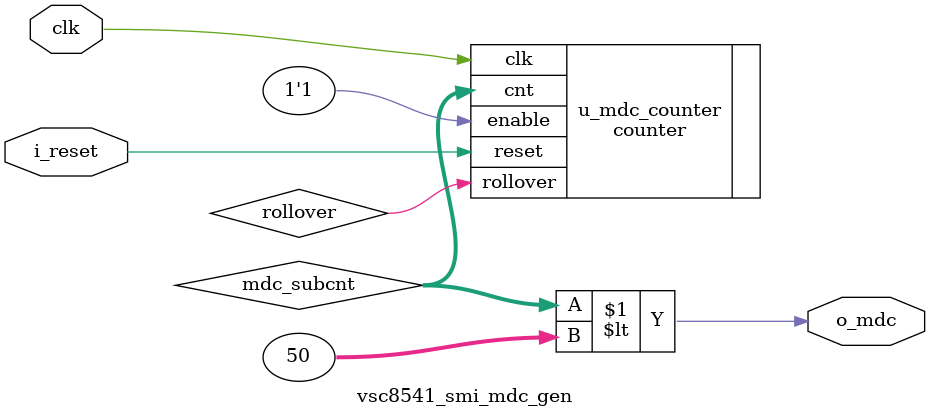
<source format=sv>
`ifndef VSC8541_SMI_MDC_GEN
	`define VSC8541_SMI_MDC_GEN 1


module vsc8541_smi_mdc_gen 
	#(
		DIVISOR=100
	) (
	input clk,    // Clock
	input i_reset,
	output o_mdc
	);

	localparam MDC_SUBCNT_WIDTH = $clog2(DIVISOR);

	logic [MDC_SUBCNT_WIDTH-1 : 0] mdc_subcnt;
	logic rollover;

	// clock divider to generate dclk
	counter #(
		.WIDTH    (MDC_SUBCNT_WIDTH),
		.MAX_VALUE(DIVISOR-1        )
	) u_mdc_counter (
		.clk     (clk        ),
		.reset   (i_reset),
		.enable  ('1         ),
		.cnt     (mdc_subcnt),
		.rollover(rollover)
	);

	assign o_mdc = (mdc_subcnt < DIVISOR>>1);	

endmodule : vsc8541_smi_mdc_gen

`endif
</source>
